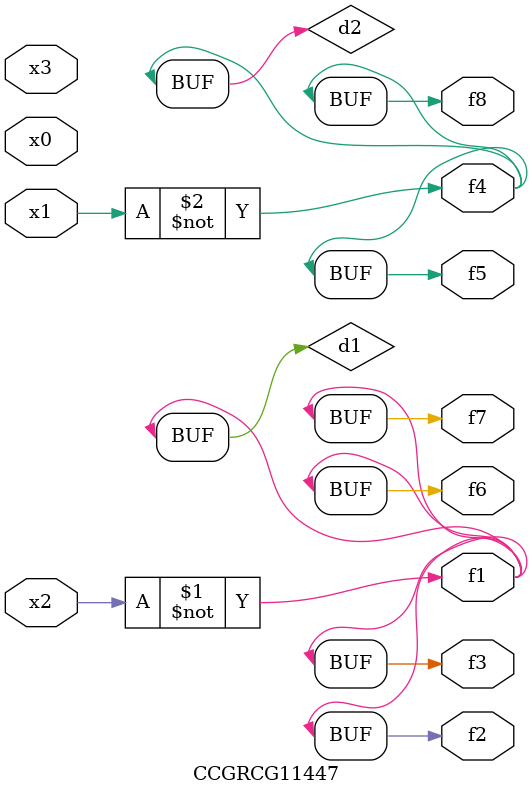
<source format=v>
module CCGRCG11447(
	input x0, x1, x2, x3,
	output f1, f2, f3, f4, f5, f6, f7, f8
);

	wire d1, d2;

	xnor (d1, x2);
	not (d2, x1);
	assign f1 = d1;
	assign f2 = d1;
	assign f3 = d1;
	assign f4 = d2;
	assign f5 = d2;
	assign f6 = d1;
	assign f7 = d1;
	assign f8 = d2;
endmodule

</source>
